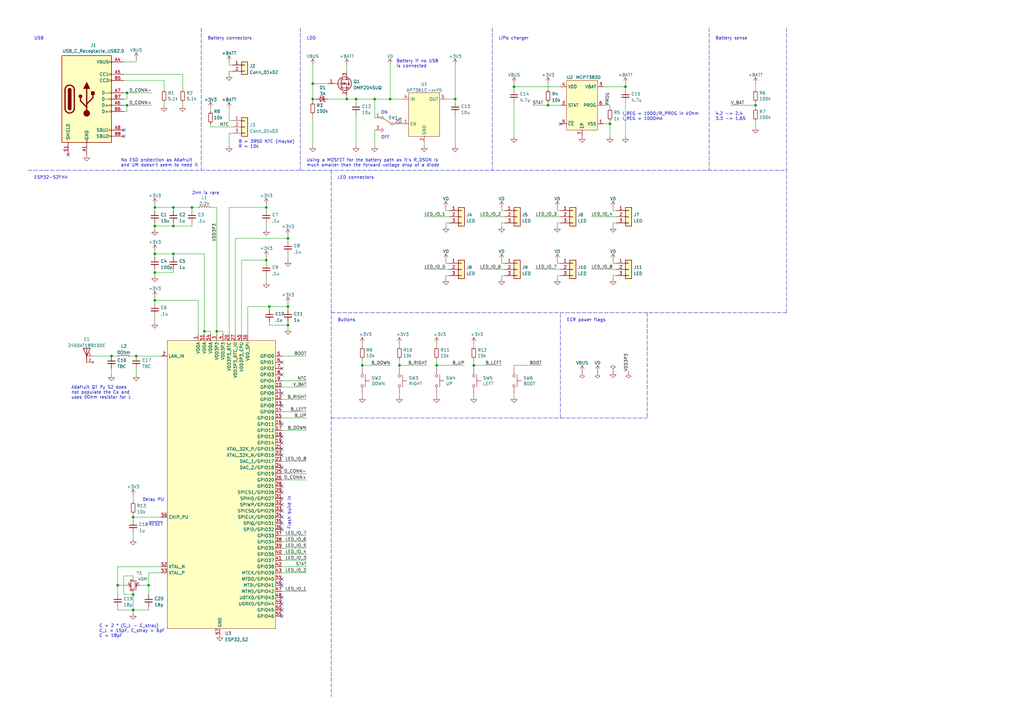
<source format=kicad_sch>
(kicad_sch (version 20211123) (generator eeschema)
  (paper "A3")
  (title_block (title "Neon") (date "2022-10-29") (rev "2") (company "@scheffield"))
  (lib_symbols
    (symbol "Connector:USB_C_Receptacle_USB2.0" (pin_names (offset 1.016))
      (property "Reference" "J" (at -10.16 19.05 0))
      (property "Value" "USB_C_Receptacle_USB2.0" (at 19.05 19.05 0))
      (symbol "USB_C_Receptacle_USB2.0_1_1"
        (pin passive line (at 0 -22.86 90) (length 5.08) (name "GND") (number "A1"))
        (pin passive line (at 0 -22.86 90) (length 5.08) hide (name "GND") (number "A12"))
        (pin passive line (at 15.24 15.24 180) (length 5.08) (name "VBUS") (number "A4"))
        (pin bidirectional line (at 15.24 10.16 180) (length 5.08) (name "CC1") (number "A5"))
        (pin bidirectional line (at 15.24 -2.54 180) (length 5.08) (name "D+") (number "A6"))
        (pin bidirectional line (at 15.24 2.54 180) (length 5.08) (name "D-") (number "A7"))
        (pin bidirectional line (at 15.24 -12.7 180) (length 5.08) (name "SBU1") (number "A8"))
        (pin passive line (at 15.24 15.24 180) (length 5.08) hide (name "VBUS") (number "A9"))
        (pin passive line (at 0 -22.86 90) (length 5.08) hide (name "GND") (number "B1"))
        (pin passive line (at 0 -22.86 90) (length 5.08) hide (name "GND") (number "B12"))
        (pin passive line (at 15.24 15.24 180) (length 5.08) hide (name "VBUS") (number "B4"))
        (pin bidirectional line (at 15.24 7.62 180) (length 5.08) (name "CC2") (number "B5"))
        (pin bidirectional line (at 15.24 -5.08 180) (length 5.08) (name "D+") (number "B6"))
        (pin bidirectional line (at 15.24 0 180) (length 5.08) (name "D-") (number "B7"))
        (pin bidirectional line (at 15.24 -15.24 180) (length 5.08) (name "SBU2") (number "B8"))
        (pin passive line (at 15.24 15.24 180) (length 5.08) hide (name "VBUS") (number "B9"))
        (pin passive line (at -7.62 -22.86 90) (length 5.08) (name "SHIELD") (number "S1"))
      )
    )
    (symbol "Connector_Generic:Conn_01x02" (pin_names (offset 1.016) hide)
      (property "Reference" "J" (at 0 2.54 0))
      (property "Value" "Conn_01x02" (at 0 -5.08 0))
      (symbol "Conn_01x02_1_1"
        (pin passive line (at -5.08 0 0) (length 3.81) (name "Pin_1") (number "1"))
        (pin passive line (at -5.08 -2.54 0) (length 3.81) (name "Pin_2") (number "2"))
      )
    )
    (symbol "Connector_Generic:Conn_01x03" (pin_names (offset 1.016) hide)
      (property "Reference" "J" (at 0 5.08 0))
      (property "Value" "Conn_01x03" (at 0 -5.08 0))
      (symbol "Conn_01x03_1_1"
        (pin passive line (at -5.08 2.54 0) (length 3.81) (name "Pin_1") (number "1"))
        (pin passive line (at -5.08 0 0) (length 3.81) (name "Pin_2") (number "2"))
        (pin passive line (at -5.08 -2.54 0) (length 3.81) (name "Pin_3") (number "3"))
      )
    )
    (symbol "Device:C_Small" (pin_numbers hide) (pin_names (offset 0.254) hide)
      (property "Reference" "C" (at 0.254 1.778 0))
      (property "Value" "C_Small" (at 0.254 -2.032 0))
      (symbol "C_Small_1_1"
        (pin passive line (at 0 2.54 270) (length 2.032) (name "~") (number "1"))
        (pin passive line (at 0 -2.54 90) (length 2.032) (name "~") (number "2"))
      )
    )
    (symbol "Device:Crystal_GND24_Small" (pin_names (offset 1.016) hide)
      (property "Reference" "Y" (at 1.27 4.445 0))
      (property "Value" "Crystal_GND24_Small" (at 1.27 2.54 0))
      (symbol "Crystal_GND24_Small_1_1"
        (pin passive line (at -2.54 0 0) (length 1.27) (name "1") (number "1"))
        (pin passive line (at 0 -2.54 90) (length 0.635) (name "2") (number "2"))
        (pin passive line (at 2.54 0 180) (length 1.27) (name "3") (number "3"))
        (pin passive line (at 0 2.54 270) (length 0.635) (name "4") (number "4"))
      )
    )
    (symbol "Device:D_Schottky_Small" (pin_numbers hide) (pin_names (offset 0.254) hide)
      (property "Reference" "D" (at -1.27 2.032 0))
      (property "Value" "D_Schottky_Small" (at -7.112 -2.032 0))
      (symbol "D_Schottky_Small_1_1"
        (pin passive line (at -2.54 0 0) (length 1.778) (name "K") (number "1"))
        (pin passive line (at 2.54 0 180) (length 1.778) (name "A") (number "2"))
      )
    )
    (symbol "Device:L_Small" (pin_numbers hide) (pin_names (offset 0.254) hide)
      (property "Reference" "L" (at 0.762 1.016 0))
      (property "Value" "L_Small" (at 0.762 -1.016 0))
      (symbol "L_Small_1_1"
        (pin passive line (at 0 2.54 270) (length 0.508) (name "~") (number "1"))
        (pin passive line (at 0 -2.54 90) (length 0.508) (name "~") (number "2"))
      )
    )
    (symbol "Device:Q_PMOS_GSD" (pin_names (offset 0) hide)
      (property "Reference" "Q" (at 5.08 1.27 0))
      (property "Value" "Q_PMOS_GSD" (at 5.08 -1.27 0))
      (symbol "Q_PMOS_GSD_1_1"
        (pin input line (at -5.08 0 0) (length 2.54) (name "G") (number "1"))
        (pin passive line (at 2.54 -5.08 90) (length 2.54) (name "S") (number "2"))
        (pin passive line (at 2.54 5.08 270) (length 2.54) (name "D") (number "3"))
      )
    )
    (symbol "Device:R_Small" (pin_numbers hide) (pin_names (offset 0.254) hide)
      (property "Reference" "R" (at 0.762 0.508 0))
      (property "Value" "R_Small" (at 0.762 -1.016 0))
      (symbol "R_Small_1_1"
        (pin passive line (at 0 2.54 270) (length 0.762) (name "~") (number "1"))
        (pin passive line (at 0 -2.54 90) (length 0.762) (name "~") (number "2"))
      )
    )
    (symbol "Switch:SW_Push" (pin_numbers hide) (pin_names (offset 1.016) hide)
      (property "Reference" "SW" (at 1.27 2.54 0))
      (property "Value" "SW_Push" (at 0 -1.524 0))
      (symbol "SW_Push_0_1"
        (pin passive line (at -5.08 0 0) (length 2.54) (name "1") (number "1"))
        (pin passive line (at 5.08 0 180) (length 2.54) (name "2") (number "2"))
      )
    )
    (symbol "Switch:SW_SPDT" (pin_names (offset 0) hide)
      (property "Reference" "SW" (at 0 4.318 0))
      (property "Value" "SW_SPDT" (at 0 -5.08 0))
      (symbol "SW_SPDT_1_1"
        (pin passive line (at 5.08 2.54 180) (length 2.54) (name "A") (number "1"))
        (pin passive line (at -5.08 0 0) (length 2.54) (name "B") (number "2"))
        (pin passive line (at 5.08 -2.54 180) (length 2.54) (name "C") (number "3"))
      )
    )
    (symbol "power:+3V3" (power) (pin_names (offset 0))
      (property "Value" "+3V3" (at 0 3.556 0))
      (symbol "+3V3_1_1"
        (pin power_in line (at 0 0 90) (length 0) hide (name "+3V3") (number "1"))
      )
    )
    (symbol "power:+BATT" (power) (pin_names (offset 0))
      (property "Value" "+BATT" (at 0 3.556 0))
      (symbol "+BATT_1_1"
        (pin power_in line (at 0 0 90) (length 0) hide (name "+BATT") (number "1"))
      )
    )
    (symbol "power:GND" (power) (pin_names (offset 0))
      (property "Value" "GND" (at 0 -3.81 0))
      (symbol "GND_1_1"
        (pin power_in line (at 0 0 270) (length 0) hide (name "GND") (number "1"))
      )
    )
    (symbol "power:PWR_FLAG" (power) (pin_numbers hide) (pin_names (offset 0) hide)
      (property "Value" "PWR_FLAG" (at 0 3.81 0))
      (symbol "PWR_FLAG_0_0"
        (pin power_out line (at 0 0 90) (length 0) (name "pwr") (number "1"))
      )
    )
    (symbol "power:VBUS" (power) (pin_names (offset 0))
      (property "Value" "VBUS" (at 0 3.81 0))
      (symbol "VBUS_1_1"
        (pin power_in line (at 0 0 90) (length 0) hide (name "VBUS") (number "1"))
      )
    )
    (symbol "power:VD" (power) (pin_names (offset 0))
      (property "Value" "VD" (at 0 3.81 0))
      (symbol "VD_1_1"
        (pin power_in line (at 0 0 90) (length 0) hide (name "VD") (number "1"))
      )
    )
    (symbol "project:2450AT18B100E" (pin_names (offset 1.016) hide)
      (property "Reference" "E" (at 2.032 0.762 0))
      (property "Value" "2450AT18B100E" (at 2.159 -1.016 0))
      (symbol "2450AT18B100E_0_0"
        (pin passive line (at -2.54 0 0) (length 2.54) (name "~") (number "1"))
        (pin no_connect line (at -2.54 -2.54 0) (length 2.54) (name "~") (number "2"))
      )
    )
    (symbol "project:AP7361C-xxY5"
      (property "Reference" "U" (at 0 0 0))
      (property "Value" "AP7361C-xxY5" (at 0 -2.54 0))
      (symbol "AP7361C-xxY5_1_1"
        (pin input line (at -8.89 -5.08 0) (length 2.54) (name "EN") (number "1"))
        (pin power_in line (at 0 -12.7 90) (length 2.54) (name "GND") (number "2"))
        (pin power_in line (at -8.89 5.08 0) (length 2.54) (name "IN") (number "4"))
        (pin power_out line (at 8.89 5.08 180) (length 2.54) (name "OUT") (number "5"))
      )
    )
    (symbol "project:ESP32_S2"
      (property "Reference" "U" (at 0 -1.27 0))
      (property "Value" "ESP32_S2" (at 0 1.27 0))
      (symbol "ESP32_S2_1_1"
        (pin power_in line (at -8.89 60.96 270) (length 2.54) (name "VDDA") (number "1"))
        (pin bidirectional line (at 25.4 39.37 180) (length 2.54) (name "GPIO5") (number "10"))
        (pin bidirectional line (at 25.4 36.83 180) (length 2.54) (name "GPIO6") (number "11"))
        (pin bidirectional line (at 25.4 34.29 180) (length 2.54) (name "GPIO7") (number "12"))
        (pin bidirectional line (at 25.4 31.75 180) (length 2.54) (name "GPIO8") (number "13"))
        (pin bidirectional line (at 25.4 29.21 180) (length 2.54) (name "GPIO9") (number "14"))
        (pin bidirectional line (at 25.4 26.67 180) (length 2.54) (name "GPIO10") (number "15"))
        (pin bidirectional line (at 25.4 24.13 180) (length 2.54) (name "GPIO11") (number "16"))
        (pin bidirectional line (at 25.4 21.59 180) (length 2.54) (name "GPIO12") (number "17"))
        (pin bidirectional line (at 25.4 19.05 180) (length 2.54) (name "GPIO13") (number "18"))
        (pin bidirectional line (at 25.4 16.51 180) (length 2.54) (name "GPIO14") (number "19"))
        (pin bidirectional line (at -24.13 52.07 0) (length 2.54) (name "LAN_IN") (number "2"))
        (pin power_in line (at 3.81 60.96 270) (length 2.54) (name "VDD3P3_RTC") (number "20"))
        (pin bidirectional line (at 25.4 13.97 180) (length 2.54) (name "XTAL_32K_P/GPIO15") (number "21"))
        (pin bidirectional line (at 25.4 11.43 180) (length 2.54) (name "XTAL_32K_N/GPIO16") (number "22"))
        (pin bidirectional line (at 25.4 8.89 180) (length 2.54) (name "DAC_1/GPIO17") (number "23"))
        (pin bidirectional line (at 25.4 6.35 180) (length 2.54) (name "DAC_2/GPIO18") (number "24"))
        (pin bidirectional line (at 25.4 3.81 180) (length 2.54) (name "GPIO19") (number "25"))
        (pin bidirectional line (at 25.4 1.27 180) (length 2.54) (name "GPIO20") (number "26"))
        (pin power_in line (at 6.35 60.96 270) (length 2.54) (name "VDD3P3_RTC_IO") (number "27"))
        (pin bidirectional line (at 25.4 -1.27 180) (length 2.54) (name "GPIO21") (number "28"))
        (pin bidirectional line (at 25.4 -3.81 180) (length 2.54) (name "SPICS1/GPIO26") (number "29"))
        (pin power_in line (at -1.27 60.96 270) (length 2.54) (name "VDD3P3") (number "3"))
        (pin power_out line (at 11.43 60.96 270) (length 2.54) (name "VDD_SPI") (number "30"))
        (pin bidirectional line (at 25.4 -6.35 180) (length 2.54) (name "SPIHD/GPIO27") (number "31"))
        (pin bidirectional line (at 25.4 -8.89 180) (length 2.54) (name "SPIWP/GPIO28") (number "32"))
        (pin bidirectional line (at 25.4 -11.43 180) (length 2.54) (name "SPICS0/GPIO29") (number "33"))
        (pin bidirectional line (at 25.4 -13.97 180) (length 2.54) (name "SPICLK/GPIO30") (number "34"))
        (pin bidirectional line (at 25.4 -16.51 180) (length 2.54) (name "SPIQ/GPIO31") (number "35"))
        (pin bidirectional line (at 25.4 -19.05 180) (length 2.54) (name "SPID/GPIO32") (number "36"))
        (pin bidirectional line (at 25.4 -21.59 180) (length 2.54) (name "GPIO33") (number "37"))
        (pin bidirectional line (at 25.4 -24.13 180) (length 2.54) (name "GPIO34") (number "38"))
        (pin bidirectional line (at 25.4 -26.67 180) (length 2.54) (name "GPIO35") (number "39"))
        (pin power_in line (at 1.27 60.96 270) (length 2.54) (name "VDD3P3") (number "4"))
        (pin bidirectional line (at 25.4 -29.21 180) (length 2.54) (name "GPIO36") (number "40"))
        (pin bidirectional line (at 25.4 -31.75 180) (length 2.54) (name "GPIO37") (number "41"))
        (pin bidirectional line (at 25.4 -34.29 180) (length 2.54) (name "GPIO38") (number "42"))
        (pin bidirectional line (at 25.4 -36.83 180) (length 2.54) (name "MTCK/GPIO39") (number "43"))
        (pin bidirectional line (at 25.4 -39.37 180) (length 2.54) (name "MTDO/GPIO40") (number "44"))
        (pin power_in line (at 8.89 60.96 270) (length 2.54) (name "VDD3P3_CPU") (number "45"))
        (pin bidirectional line (at 25.4 -41.91 180) (length 2.54) (name "MTDI/GPIO41") (number "46"))
        (pin bidirectional line (at 25.4 -44.45 180) (length 2.54) (name "MTMS/GPIO42") (number "47"))
        (pin bidirectional line (at 25.4 -46.99 180) (length 2.54) (name "U0TXD/GPIO43") (number "48"))
        (pin bidirectional line (at 25.4 -49.53 180) (length 2.54) (name "U0RXD/GPIO44") (number "49"))
        (pin bidirectional line (at 25.4 52.07 180) (length 2.54) (name "GPIO0") (number "5"))
        (pin bidirectional line (at 25.4 -52.07 180) (length 2.54) (name "GPIO45") (number "50"))
        (pin power_in line (at -6.35 60.96 270) (length 2.54) (name "VDDA") (number "51"))
        (pin bidirectional line (at -24.13 -34.29 0) (length 2.54) (name "XTAL_N") (number "52"))
        (pin bidirectional line (at -24.13 -36.83 0) (length 2.54) (name "XTAL_P") (number "53"))
        (pin power_in line (at -3.81 60.96 270) (length 2.54) (name "VDDA") (number "54"))
        (pin input line (at 25.4 -54.61 180) (length 2.54) (name "GPIO46") (number "55"))
        (pin input line (at -24.13 -13.97 0) (length 2.54) (name "CHIP_PU") (number "56"))
        (pin power_in line (at 0 -62.23 90) (length 2.54) (name "GND") (number "57"))
        (pin bidirectional line (at 25.4 49.53 180) (length 2.54) (name "GPIO1") (number "6"))
        (pin bidirectional line (at 25.4 46.99 180) (length 2.54) (name "GPIO2") (number "7"))
        (pin bidirectional line (at 25.4 44.45 180) (length 2.54) (name "GPIO3") (number "8"))
        (pin bidirectional line (at 25.4 41.91 180) (length 2.54) (name "GPIO4") (number "9"))
      )
    )
    (symbol "project:MCP73830"
      (property "Reference" "U" (at -6.35 11.43 0))
      (property "Value" "MCP73830" (at 2.54 11.43 0))
      (symbol "MCP73830_1_1"
        (pin power_in line (at 8.89 -7.62 180) (length 2.54) (name "VSS") (number "1"))
        (pin output line (at -8.89 0 0) (length 2.54) (name "STAT") (number "2"))
        (pin power_out line (at 8.89 7.62 180) (length 2.54) (name "VBAT") (number "3"))
        (pin power_in line (at -8.89 7.62 0) (length 2.54) (name "VDD") (number "4"))
        (pin input line (at -8.89 -7.62 0) (length 2.54) (name "~{CE}") (number "5"))
        (pin input line (at 8.89 0 180) (length 2.54) (name "PROG") (number "6"))
        (pin input line (at 0 -12.7 90) (length 2.54) (name "EP") (number "7"))
      )
    )
  )
  (junction (at 54.61 243.84))
  (junction (at 48.26 240.03))
  (junction (at 109.22 85.09))
  (junction (at 110.49 125.73))
  (junction (at 71.12 104.14))
  (junction (at 146.05 40.64))
  (junction (at 148.59 149.86))
  (junction (at 118.11 97.79))
  (junction (at 128.27 40.64))
  (junction (at 194.31 149.86))
  (junction (at 224.79 43.18))
  (junction (at 54.61 212.09))
  (junction (at 83.82 135.89))
  (junction (at 88.9 135.89))
  (junction (at 63.5 104.14))
  (junction (at 109.22 106.68))
  (junction (at 160.02 40.64))
  (junction (at 63.5 85.09))
  (junction (at 45.72 146.05))
  (junction (at 54.61 250.19))
  (junction (at 210.82 35.56))
  (junction (at 142.24 40.64))
  (junction (at 71.12 92.71))
  (junction (at 60.96 240.03))
  (junction (at 55.88 146.05))
  (junction (at 309.88 43.18))
  (junction (at 63.5 92.71))
  (junction (at 52.07 43.18))
  (junction (at 118.11 133.35))
  (junction (at 128.27 34.29))
  (junction (at 118.11 125.73))
  (junction (at 78.74 85.09))
  (junction (at 63.5 111.76))
  (junction (at 250.19 50.8))
  (junction (at 256.54 35.56))
  (junction (at 186.69 40.64))
  (junction (at 52.07 38.1))
  (junction (at 153.67 40.64))
  (junction (at 163.83 149.86))
  (junction (at 71.12 85.09))
  (junction (at 63.5 123.19))
  (junction (at 179.07 149.86))
  (no_connect (at 229.87 50.8))
  (no_connect (at 115.57 148.59))
  (no_connect (at 115.57 151.13))
  (no_connect (at 115.57 153.67))
  (no_connect (at 115.57 161.29))
  (no_connect (at 115.57 199.39))
  (no_connect (at 115.57 173.99))
  (no_connect (at 115.57 166.37))
  (no_connect (at 115.57 179.07))
  (no_connect (at 115.57 191.77))
  (no_connect (at 27.94 63.5))
  (no_connect (at 115.57 217.17))
  (no_connect (at 115.57 207.01))
  (no_connect (at 115.57 209.55))
  (no_connect (at 115.57 212.09))
  (no_connect (at 115.57 214.63))
  (no_connect (at 115.57 204.47))
  (no_connect (at 50.8 53.34))
  (no_connect (at 50.8 55.88))
  (no_connect (at 115.57 237.49))
  (no_connect (at 115.57 240.03))
  (no_connect (at 115.57 186.69))
  (no_connect (at 115.57 184.15))
  (no_connect (at 115.57 181.61))
  (no_connect (at 115.57 247.65))
  (no_connect (at 115.57 245.11))
  (no_connect (at 115.57 201.93))
  (no_connect (at 115.57 250.19))
  (no_connect (at 115.57 252.73))
  (wire (pts (xy 48.26 232.41) (xy 48.26 240.03)))
  (wire (pts (xy 93.98 44.45) (xy 93.98 49.53)))
  (wire (pts (xy 88.9 135.89) (xy 88.9 137.16)))
  (wire (pts (xy 173.99 110.49) (xy 184.15 110.49)))
  (wire (pts (xy 224.79 43.18) (xy 229.87 43.18)))
  (wire (pts (xy 299.72 43.18) (xy 309.88 43.18)))
  (wire (pts (xy 153.67 40.64) (xy 153.67 48.26)))
  (wire (pts (xy 86.36 85.09) (xy 88.9 85.09)))
  (wire (pts (xy 228.6 113.03) (xy 229.87 113.03)))
  (wire (pts (xy 83.82 135.89) (xy 83.82 137.16)))
  (polyline (pts (xy 135.89 171.45) (xy 229.87 171.45)))
  (wire (pts (xy 71.12 85.09) (xy 71.12 86.36)))
  (wire (pts (xy 251.46 91.44) (xy 252.73 91.44)))
  (wire (pts (xy 55.88 146.05) (xy 66.04 146.05)))
  (wire (pts (xy 93.98 85.09) (xy 93.98 137.16)))
  (wire (pts (xy 50.8 40.64) (xy 52.07 40.64)))
  (wire (pts (xy 228.6 114.3) (xy 228.6 113.03)))
  (wire (pts (xy 115.57 189.23) (xy 125.73 189.23)))
  (wire (pts (xy 146.05 40.64) (xy 153.67 40.64)))
  (wire (pts (xy 173.99 58.42) (xy 173.99 59.69)))
  (polyline (pts (xy 135.89 128.27) (xy 322.58 128.27)))
  (wire (pts (xy 63.5 102.87) (xy 63.5 104.14)))
  (wire (pts (xy 247.65 50.8) (xy 250.19 50.8)))
  (wire (pts (xy 182.88 114.3) (xy 182.88 113.03)))
  (wire (pts (xy 110.49 127) (xy 110.49 125.73)))
  (wire (pts (xy 115.57 168.91) (xy 125.73 168.91)))
  (wire (pts (xy 256.54 35.56) (xy 256.54 36.83)))
  (wire (pts (xy 96.52 97.79) (xy 96.52 137.16)))
  (wire (pts (xy 63.5 110.49) (xy 63.5 111.76)))
  (wire (pts (xy 173.99 88.9) (xy 184.15 88.9)))
  (wire (pts (xy 99.06 106.68) (xy 99.06 137.16)))
  (wire (pts (xy 128.27 26.67) (xy 128.27 34.29)))
  (wire (pts (xy 57.15 240.03) (xy 60.96 240.03)))
  (wire (pts (xy 194.31 147.32) (xy 194.31 149.86)))
  (wire (pts (xy 163.83 161.29) (xy 163.83 162.56)))
  (polyline (pts (xy 229.87 171.45) (xy 265.43 171.45)))
  (wire (pts (xy 142.24 26.67) (xy 142.24 29.21)))
  (wire (pts (xy 182.88 85.09) (xy 182.88 86.36)))
  (wire (pts (xy 109.22 85.09) (xy 93.98 85.09)))
  (wire (pts (xy 148.59 140.97) (xy 148.59 142.24)))
  (wire (pts (xy 224.79 41.91) (xy 224.79 43.18)))
  (wire (pts (xy 115.57 171.45) (xy 125.73 171.45)))
  (wire (pts (xy 146.05 46.99) (xy 146.05 59.69)))
  (wire (pts (xy 118.11 133.35) (xy 118.11 134.62)))
  (wire (pts (xy 50.8 30.48) (xy 74.93 30.48)))
  (wire (pts (xy 86.36 135.89) (xy 86.36 137.16)))
  (wire (pts (xy 109.22 113.03) (xy 109.22 115.57)))
  (wire (pts (xy 309.88 34.29) (xy 309.88 36.83)))
  (wire (pts (xy 196.85 110.49) (xy 207.01 110.49)))
  (wire (pts (xy 60.96 234.95) (xy 60.96 240.03)))
  (wire (pts (xy 109.22 106.68) (xy 99.06 106.68)))
  (wire (pts (xy 60.96 234.95) (xy 66.04 234.95)))
  (polyline (pts (xy 322.58 128.27) (xy 322.58 69.85)))
  (wire (pts (xy 54.61 250.19) (xy 54.61 251.46)))
  (wire (pts (xy 109.22 85.09) (xy 109.22 86.36)))
  (wire (pts (xy 67.31 41.91) (xy 67.31 43.18)))
  (wire (pts (xy 115.57 158.75) (xy 125.73 158.75)))
  (wire (pts (xy 210.82 34.29) (xy 210.82 35.56)))
  (wire (pts (xy 228.6 107.95) (xy 229.87 107.95)))
  (wire (pts (xy 83.82 104.14) (xy 83.82 135.89)))
  (wire (pts (xy 250.19 50.8) (xy 250.19 49.53)))
  (wire (pts (xy 250.19 55.88) (xy 250.19 50.8)))
  (wire (pts (xy 128.27 40.64) (xy 128.27 41.91)))
  (wire (pts (xy 163.83 149.86) (xy 175.26 149.86)))
  (wire (pts (xy 52.07 240.03) (xy 48.26 240.03)))
  (wire (pts (xy 146.05 40.64) (xy 146.05 41.91)))
  (wire (pts (xy 50.8 243.84) (xy 54.61 243.84)))
  (wire (pts (xy 194.31 161.29) (xy 194.31 162.56)))
  (wire (pts (xy 182.88 92.71) (xy 182.88 91.44)))
  (wire (pts (xy 67.31 33.02) (xy 67.31 36.83)))
  (wire (pts (xy 48.26 240.03) (xy 48.26 243.84)))
  (wire (pts (xy 54.61 243.84) (xy 54.61 250.19)))
  (wire (pts (xy 194.31 140.97) (xy 194.31 142.24)))
  (polyline (pts (xy 290.83 11.43) (xy 290.83 69.85)))
  (polyline (pts (xy 322.58 11.43) (xy 322.58 69.85)))
  (wire (pts (xy 93.98 25.4) (xy 93.98 26.67)))
  (wire (pts (xy 95.25 49.53) (xy 93.98 49.53)))
  (wire (pts (xy 115.57 227.33) (xy 125.73 227.33)))
  (wire (pts (xy 60.96 248.92) (xy 60.96 250.19)))
  (wire (pts (xy 115.57 232.41) (xy 125.73 232.41)))
  (wire (pts (xy 60.96 240.03) (xy 60.96 243.84)))
  (wire (pts (xy 93.98 26.67) (xy 95.25 26.67)))
  (wire (pts (xy 210.82 149.86) (xy 222.25 149.86)))
  (wire (pts (xy 218.44 43.18) (xy 224.79 43.18)))
  (wire (pts (xy 251.46 114.3) (xy 251.46 113.03)))
  (wire (pts (xy 134.62 40.64) (xy 142.24 40.64)))
  (wire (pts (xy 52.07 45.72) (xy 52.07 43.18)))
  (wire (pts (xy 179.07 149.86) (xy 179.07 151.13)))
  (wire (pts (xy 63.5 104.14) (xy 63.5 105.41)))
  (wire (pts (xy 54.61 237.49) (xy 54.61 236.22)))
  (wire (pts (xy 309.88 43.18) (xy 309.88 44.45)))
  (wire (pts (xy 205.74 107.95) (xy 207.01 107.95)))
  (polyline (pts (xy 265.43 128.27) (xy 265.43 171.45)))
  (wire (pts (xy 228.6 86.36) (xy 229.87 86.36)))
  (wire (pts (xy 163.83 149.86) (xy 163.83 151.13)))
  (wire (pts (xy 148.59 149.86) (xy 160.02 149.86)))
  (wire (pts (xy 93.98 29.21) (xy 95.25 29.21)))
  (wire (pts (xy 210.82 41.91) (xy 210.82 55.88)))
  (wire (pts (xy 66.04 232.41) (xy 48.26 232.41)))
  (wire (pts (xy 186.69 40.64) (xy 186.69 41.91)))
  (wire (pts (xy 86.36 50.8) (xy 86.36 52.07)))
  (wire (pts (xy 60.96 250.19) (xy 54.61 250.19)))
  (wire (pts (xy 309.88 49.53) (xy 309.88 52.07)))
  (wire (pts (xy 110.49 125.73) (xy 118.11 125.73)))
  (wire (pts (xy 93.98 30.48) (xy 93.98 29.21)))
  (wire (pts (xy 251.46 107.95) (xy 252.73 107.95)))
  (wire (pts (xy 50.8 45.72) (xy 52.07 45.72)))
  (wire (pts (xy 48.26 248.92) (xy 48.26 250.19)))
  (wire (pts (xy 52.07 38.1) (xy 62.23 38.1)))
  (polyline (pts (xy 229.87 171.45) (xy 229.87 128.27)))
  (wire (pts (xy 194.31 149.86) (xy 205.74 149.86)))
  (wire (pts (xy 45.72 146.05) (xy 48.26 146.05)))
  (wire (pts (xy 118.11 96.52) (xy 118.11 97.79)))
  (wire (pts (xy 109.22 91.44) (xy 109.22 93.98)))
  (wire (pts (xy 153.67 40.64) (xy 160.02 40.64)))
  (wire (pts (xy 179.07 140.97) (xy 179.07 142.24)))
  (wire (pts (xy 38.1 146.05) (xy 45.72 146.05)))
  (wire (pts (xy 148.59 147.32) (xy 148.59 149.86)))
  (wire (pts (xy 242.57 110.49) (xy 252.73 110.49)))
  (wire (pts (xy 54.61 242.57) (xy 54.61 243.84)))
  (wire (pts (xy 71.12 91.44) (xy 71.12 92.71)))
  (wire (pts (xy 54.61 218.44) (xy 54.61 220.98)))
  (wire (pts (xy 55.88 25.4) (xy 55.88 24.13)))
  (wire (pts (xy 182.88 106.68) (xy 182.88 107.95)))
  (wire (pts (xy 251.46 92.71) (xy 251.46 91.44)))
  (wire (pts (xy 247.65 35.56) (xy 256.54 35.56)))
  (wire (pts (xy 179.07 147.32) (xy 179.07 149.86)))
  (wire (pts (xy 91.44 135.89) (xy 91.44 137.16)))
  (wire (pts (xy 205.74 85.09) (xy 205.74 86.36)))
  (wire (pts (xy 63.5 85.09) (xy 71.12 85.09)))
  (wire (pts (xy 63.5 91.44) (xy 63.5 92.71)))
  (wire (pts (xy 115.57 219.71) (xy 125.73 219.71)))
  (wire (pts (xy 88.9 135.89) (xy 91.44 135.89)))
  (wire (pts (xy 205.74 114.3) (xy 205.74 113.03)))
  (wire (pts (xy 52.07 43.18) (xy 62.23 43.18)))
  (wire (pts (xy 128.27 40.64) (xy 128.27 34.29)))
  (wire (pts (xy 115.57 242.57) (xy 125.73 242.57)))
  (wire (pts (xy 251.46 85.09) (xy 251.46 86.36)))
  (wire (pts (xy 83.82 135.89) (xy 86.36 135.89)))
  (wire (pts (xy 142.24 39.37) (xy 142.24 40.64)))
  (wire (pts (xy 115.57 222.25) (xy 125.73 222.25)))
  (wire (pts (xy 163.83 50.8) (xy 165.1 50.8)))
  (wire (pts (xy 71.12 85.09) (xy 78.74 85.09)))
  (wire (pts (xy 118.11 97.79) (xy 96.52 97.79)))
  (wire (pts (xy 115.57 196.85) (xy 125.73 196.85)))
  (wire (pts (xy 118.11 125.73) (xy 118.11 127)))
  (wire (pts (xy 163.83 140.97) (xy 163.83 142.24)))
  (wire (pts (xy 129.54 40.64) (xy 128.27 40.64)))
  (wire (pts (xy 71.12 110.49) (xy 71.12 111.76)))
  (wire (pts (xy 63.5 129.54) (xy 63.5 132.08)))
  (wire (pts (xy 55.88 151.13) (xy 55.88 153.67)))
  (wire (pts (xy 182.88 40.64) (xy 186.69 40.64)))
  (wire (pts (xy 71.12 104.14) (xy 71.12 105.41)))
  (wire (pts (xy 71.12 111.76) (xy 63.5 111.76)))
  (wire (pts (xy 210.82 35.56) (xy 210.82 36.83)))
  (wire (pts (xy 205.74 91.44) (xy 207.01 91.44)))
  (wire (pts (xy 50.8 236.22) (xy 50.8 243.84)))
  (wire (pts (xy 48.26 250.19) (xy 54.61 250.19)))
  (wire (pts (xy 256.54 41.91) (xy 256.54 55.88)))
  (wire (pts (xy 115.57 146.05) (xy 125.73 146.05)))
  (wire (pts (xy 160.02 26.67) (xy 160.02 40.64)))
  (wire (pts (xy 63.5 83.82) (xy 63.5 85.09)))
  (wire (pts (xy 54.61 212.09) (xy 54.61 213.36)))
  (wire (pts (xy 219.71 88.9) (xy 229.87 88.9)))
  (wire (pts (xy 128.27 34.29) (xy 134.62 34.29)))
  (wire (pts (xy 256.54 35.56) (xy 256.54 34.29)))
  (wire (pts (xy 153.67 53.34) (xy 153.67 59.69)))
  (wire (pts (xy 179.07 161.29) (xy 179.07 162.56)))
  (wire (pts (xy 182.88 86.36) (xy 184.15 86.36)))
  (wire (pts (xy 101.6 125.73) (xy 110.49 125.73)))
  (wire (pts (xy 45.72 151.13) (xy 45.72 153.67)))
  (wire (pts (xy 50.8 25.4) (xy 55.88 25.4)))
  (wire (pts (xy 86.36 52.07) (xy 95.25 52.07)))
  (wire (pts (xy 81.28 123.19) (xy 81.28 137.16)))
  (wire (pts (xy 219.71 110.49) (xy 229.87 110.49)))
  (wire (pts (xy 118.11 132.08) (xy 118.11 133.35)))
  (wire (pts (xy 186.69 40.64) (xy 186.69 26.67)))
  (wire (pts (xy 63.5 85.09) (xy 63.5 86.36)))
  (wire (pts (xy 54.61 210.82) (xy 54.61 212.09)))
  (wire (pts (xy 109.22 83.82) (xy 109.22 85.09)))
  (wire (pts (xy 78.74 85.09) (xy 78.74 86.36)))
  (wire (pts (xy 63.5 111.76) (xy 63.5 113.03)))
  (wire (pts (xy 50.8 33.02) (xy 67.31 33.02)))
  (wire (pts (xy 228.6 92.71) (xy 228.6 91.44)))
  (polyline (pts (xy 11.43 69.85) (xy 322.58 69.85)))
  (wire (pts (xy 78.74 85.09) (xy 81.28 85.09)))
  (wire (pts (xy 110.49 133.35) (xy 118.11 133.35)))
  (wire (pts (xy 88.9 85.09) (xy 88.9 135.89)))
  (wire (pts (xy 163.83 147.32) (xy 163.83 149.86)))
  (wire (pts (xy 78.74 92.71) (xy 71.12 92.71)))
  (wire (pts (xy 205.74 92.71) (xy 205.74 91.44)))
  (wire (pts (xy 110.49 132.08) (xy 110.49 133.35)))
  (wire (pts (xy 115.57 163.83) (xy 125.73 163.83)))
  (wire (pts (xy 309.88 41.91) (xy 309.88 43.18)))
  (wire (pts (xy 71.12 92.71) (xy 63.5 92.71)))
  (wire (pts (xy 109.22 106.68) (xy 109.22 107.95)))
  (wire (pts (xy 115.57 224.79) (xy 125.73 224.79)))
  (wire (pts (xy 229.87 35.56) (xy 210.82 35.56)))
  (polyline (pts (xy 82.55 11.43) (xy 82.55 69.85)))
  (wire (pts (xy 71.12 104.14) (xy 83.82 104.14)))
  (wire (pts (xy 63.5 123.19) (xy 81.28 123.19)))
  (wire (pts (xy 148.59 161.29) (xy 148.59 162.56)))
  (wire (pts (xy 194.31 149.86) (xy 194.31 151.13)))
  (wire (pts (xy 63.5 123.19) (xy 63.5 124.46)))
  (wire (pts (xy 210.82 149.86) (xy 210.82 151.13)))
  (wire (pts (xy 54.61 203.2) (xy 54.61 205.74)))
  (wire (pts (xy 115.57 234.95) (xy 125.73 234.95)))
  (wire (pts (xy 210.82 161.29) (xy 210.82 162.56)))
  (polyline (pts (xy 135.89 69.85) (xy 135.89 285.75)))
  (polyline (pts (xy 201.93 11.43) (xy 201.93 69.85)))
  (wire (pts (xy 54.61 236.22) (xy 50.8 236.22)))
  (wire (pts (xy 251.46 86.36) (xy 252.73 86.36)))
  (wire (pts (xy 118.11 104.14) (xy 118.11 106.68)))
  (wire (pts (xy 142.24 40.64) (xy 146.05 40.64)))
  (wire (pts (xy 50.8 38.1) (xy 52.07 38.1)))
  (wire (pts (xy 74.93 41.91) (xy 74.93 43.18)))
  (wire (pts (xy 186.69 46.99) (xy 186.69 59.69)))
  (wire (pts (xy 148.59 149.86) (xy 148.59 151.13)))
  (wire (pts (xy 205.74 113.03) (xy 207.01 113.03)))
  (wire (pts (xy 50.8 43.18) (xy 52.07 43.18)))
  (wire (pts (xy 251.46 106.68) (xy 251.46 107.95)))
  (wire (pts (xy 101.6 137.16) (xy 101.6 125.73)))
  (wire (pts (xy 160.02 40.64) (xy 165.1 40.64)))
  (wire (pts (xy 228.6 106.68) (xy 228.6 107.95)))
  (wire (pts (xy 118.11 124.46) (xy 118.11 125.73)))
  (wire (pts (xy 109.22 105.41) (xy 109.22 106.68)))
  (wire (pts (xy 182.88 113.03) (xy 184.15 113.03)))
  (wire (pts (xy 242.57 88.9) (xy 252.73 88.9)))
  (wire (pts (xy 224.79 34.29) (xy 224.79 36.83)))
  (wire (pts (xy 95.25 54.61) (xy 93.98 54.61)))
  (wire (pts (xy 205.74 86.36) (xy 207.01 86.36)))
  (wire (pts (xy 115.57 156.21) (xy 125.73 156.21)))
  (wire (pts (xy 86.36 44.45) (xy 86.36 45.72)))
  (wire (pts (xy 182.88 91.44) (xy 184.15 91.44)))
  (wire (pts (xy 182.88 107.95) (xy 184.15 107.95)))
  (wire (pts (xy 196.85 88.9) (xy 207.01 88.9)))
  (wire (pts (xy 53.34 146.05) (xy 55.88 146.05)))
  (wire (pts (xy 115.57 194.31) (xy 125.73 194.31)))
  (polyline (pts (xy 123.19 11.43) (xy 123.19 69.85)))
  (wire (pts (xy 115.57 176.53) (xy 125.73 176.53)))
  (wire (pts (xy 118.11 97.79) (xy 118.11 99.06)))
  (wire (pts (xy 54.61 212.09) (xy 66.04 212.09)))
  (wire (pts (xy 250.19 44.45) (xy 250.19 43.18)))
  (wire (pts (xy 78.74 91.44) (xy 78.74 92.71)))
  (wire (pts (xy 115.57 229.87) (xy 125.73 229.87)))
  (wire (pts (xy 250.19 43.18) (xy 247.65 43.18)))
  (wire (pts (xy 128.27 46.99) (xy 128.27 59.69)))
  (wire (pts (xy 251.46 113.03) (xy 252.73 113.03)))
  (wire (pts (xy 63.5 104.14) (xy 71.12 104.14)))
  (wire (pts (xy 205.74 106.68) (xy 205.74 107.95)))
  (wire (pts (xy 52.07 40.64) (xy 52.07 38.1)))
  (wire (pts (xy 93.98 54.61) (xy 93.98 59.69)))
  (wire (pts (xy 179.07 149.86) (xy 190.5 149.86)))
  (wire (pts (xy 63.5 121.92) (xy 63.5 123.19)))
  (wire (pts (xy 74.93 30.48) (xy 74.93 36.83)))
  (wire (pts (xy 228.6 91.44) (xy 229.87 91.44)))
  (wire (pts (xy 63.5 92.71) (xy 63.5 93.98)))
  (wire (pts (xy 228.6 85.09) (xy 228.6 86.36)))
  (text "4.2 -> 2.4\n3.3 -> 1.65" (at 293.37 49.53 0) (effects (font (size 1.27 1.27)) (justify left bottom)))
  (text "Battery sense" (at 293.37 16.51 0) (effects (font (size 1.27 1.27)) (justify left bottom)))
  (text "ECR power flags" (at 232.41 132.08 0) (effects (font (size 1.27 1.27)) (justify left bottom)))
  (text "~{RESET}" (at 60.96 215.9 0) (effects (font (size 1.27 1.27)) (justify left bottom)))
  (text "Flash build in" (at 119.38 217.17 90) (effects (font (size 1.27 1.27)) (justify left bottom)))
  (text "Battery if no USB\nis connected" (at 162.56 27.94 0) (effects (font (size 1.27 1.27)) (justify left bottom)))
  (text "LDO" (at 125.73 16.51 0) (effects (font (size 1.27 1.27)) (justify left bottom)))
  (text "LED connectors" (at 138.43 73.66 0) (effects (font (size 1.27 1.27)) (justify left bottom)))
  (text "ON" (at 156.21 46.99 0) (effects (font (size 1.27 1.27)) (justify left bottom)))
  (text "I_REG = 1000/R_PROG in kOhm\nI_REG = 1000mA" (at 255.27 49.53 0) (effects (font (size 1.27 1.27)) (justify left bottom)))
  (text "Battery connectors" (at 85.09 16.51 0) (effects (font (size 1.27 1.27)) (justify left bottom)))
  (text "Using a MOSFET for the battery path as it's R_DSON is\nmuch smaller than the forward voltage drop of a diode" (at 125.73 68.58 0) (effects (font (size 1.27 1.27)) (justify left bottom)))
  (text "OFF" (at 156.21 57.15 0) (effects (font (size 1.27 1.27)) (justify left bottom)))
  (text "ESP32-S2FH4" (at 13.97 73.66 0) (effects (font (size 1.27 1.27)) (justify left bottom)))
  (text "2nH is rare" (at 78.74 80.01 0) (effects (font (size 1.27 1.27)) (justify left bottom)))
  (text "Buttons" (at 138.43 132.08 0) (effects (font (size 1.27 1.27)) (justify left bottom)))
  (text "LiPo charger" (at 204.47 16.51 0) (effects (font (size 1.27 1.27)) (justify left bottom)))
  (text "B = 3950 NTC (maybe)\nR = 10k" (at 97.79 60.96 0) (effects (font (size 1.27 1.27)) (justify left bottom)))
  (text "No ESD protection as Adafruit\nand UM doesn't seem to need it" (at 49.53 68.58 0) (effects (font (size 1.27 1.27)) (justify left bottom)))
  (text "USB" (at 13.97 16.51 0) (effects (font (size 1.27 1.27)) (justify left bottom)))
  (text "C = 2 * (C_L - C_stray)\nC_L = 15pF, C_stray = 6pF\nC = 18pF" (at 40.64 261.62 0) (effects (font (size 1.27 1.27)) (justify left bottom)))
  (text "Adafruit QT Py S2 does\nnot populate the Cs and\nuses 0Ohm resistor for L" (at 29.21 163.83 0) (effects (font (size 1.27 1.27)) (justify left bottom)))
  (text "Delay PU" (at 58.42 205.74 0) (effects (font (size 1.27 1.27)) (justify left bottom)))
  (label "LED_IO_4" (at 242.57 88.9 0))
  (label "LED_IO_6" (at 196.85 110.49 0))
  (label "D_CONN+" (at 125.73 196.85 180))
  (label "BOOT" (at 222.25 149.86 180))
  (label "V_BAT" (at 299.72 43.18 0))
  (label "LED_IO_4" (at 125.73 227.33 180))
  (label "STAT" (at 218.44 43.18 0))
  (label "PROG" (at 250.19 43.18 90))
  (label "LED_IO_5" (at 173.99 110.49 0))
  (label "LED_IO_6" (at 125.73 222.25 180))
  (label "V_BAT" (at 125.73 158.75 180))
  (label "B_DOWN" (at 160.02 149.86 180))
  (label "VDD3P3" (at 257.81 152.4 90))
  (label "LED_IO_3" (at 219.71 88.9 0))
  (label "B_RIGHT" (at 125.73 163.83 180))
  (label "VDD3P3" (at 88.9 99.06 90))
  (label "LED_IO_8" (at 125.73 189.23 180))
  (label "NTC" (at 90.17 52.07 0))
  (label "B_RIGHT" (at 175.26 149.86 180))
  (label "BOOT" (at 125.73 146.05 180))
  (label "B_DOWN" (at 125.73 176.53 180))
  (label "B_UP" (at 125.73 171.45 180))
  (label "STAT" (at 125.73 232.41 180))
  (label "B_LEFT" (at 125.73 168.91 180))
  (label "B_UP" (at 190.5 149.86 180))
  (label "B_LEFT" (at 205.74 149.86 180))
  (label "NTC" (at 125.73 156.21 180))
  (label "LED_IO_8" (at 242.57 110.49 0))
  (label "D_CONN-" (at 62.23 38.1 180))
  (label "LED_IO_2" (at 125.73 234.95 180))
  (label "LED_IO_2" (at 196.85 88.9 0))
  (label "LED_IO_5" (at 125.73 224.79 180))
  (label "LED_IO_1" (at 173.99 88.9 0))
  (label "LED_IO_7" (at 219.71 110.49 0))
  (label "LED_IO_1" (at 125.73 242.57 180))
  (label "LED_IO_7" (at 125.73 219.71 180))
  (label "LED_IO_3" (at 125.73 229.87 180))
  (label "EN" (at 165.1 50.8 90))
  (label "D_CONN+" (at 62.23 43.18 180))
  (label "D_CONN-" (at 125.73 194.31 180))
  (symbol (lib_id "Device:C_Small") (at 109.22 88.9 0) (unit 1)
    (property "Reference" "C7" (at 111.5441 88.0716 0) (effects (justify left)))
    (property "Value" ".1u" (at 111.5441 90.6085 0) (effects (justify left)))
    (property "Footprint" "Capacitor_SMD:C_0603_1608Metric" (effects hide))
    (property "Stash" "1A" (effects hide))
  )
  (symbol (lib_id "power:GND") (at 63.5 93.98 0) (unit 1)
    (property "Reference" "#PWR0120" (effects hide))
    (property "Value" "GND" (effects hide))
  )
  (symbol (lib_id "Device:D_Schottky_Small") (at 132.08 40.64 180) (unit 1)
    (property "Reference" "D1" (at 132.334 35.9242 0))
    (property "Value" "3A" (at 132.334 38.4611 0))
    (property "Footprint" "Diode_SMD:D_PowerDI-123" (effects hide))
    (property "Datasheet" "https://www.diodes.com/assets/Datasheets/SBR3U30P1.pdf" (effects hide))
    (property "Stash" "16" (effects hide))
  )
  (symbol (lib_id "Device:R_Small") (at 179.07 144.78 0) (unit 1)
    (property "Reference" "R11" (at 180.5686 143.6116 0) (effects (justify left)))
    (property "Value" "10k" (at 180.5686 145.923 0) (effects (justify left)))
    (property "Footprint" "Resistor_SMD:R_0603_1608Metric" (effects hide))
    (property "Stash" "1F" (effects hide))
  )
  (symbol (lib_id "power:+3V3") (at 186.69 26.67 0) (unit 1)
    (property "Reference" "#PWR0136" (effects hide))
    (property "Value" "+3V3" (at 186.69 23.0942 0))
  )
  (symbol (lib_id "power:VD") (at 228.6 106.68 0) (unit 1)
    (property "Reference" "#PWR0166" (effects hide))
    (property "Value" "VD" (at 228.6 103.1042 0))
  )
  (symbol (lib_id "Device:C_Small") (at 55.88 148.59 0) (unit 1)
    (property "Reference" "C17" (at 58.2041 147.7616 0) (effects (justify left)))
    (property "Value" "TBC" (at 58.2041 150.2985 0) (effects (justify left)))
    (property "Footprint" "Capacitor_SMD:C_0402_1005Metric" (effects hide))
  )
  (symbol (lib_id "power:GND") (at 179.07 162.56 0) (unit 1)
    (property "Reference" "#PWR0146" (effects hide))
    (property "Value" "GND" (effects hide))
  )
  (symbol (lib_id "power:PWR_FLAG") (at 245.11 152.4 180) (unit 1)
    (property "Reference" "#FLG0104" (effects hide))
    (property "Value" "PWR_FLAG" (effects hide))
  )
  (symbol (lib_id "power:GND") (at 74.93 43.18 0) (unit 1)
    (property "Reference" "#PWR0133" (effects hide))
    (property "Value" "GND" (effects hide))
  )
  (symbol (lib_id "power:+BATT") (at 256.54 34.29 0) (unit 1)
    (property "Reference" "#PWR0154" (effects hide))
    (property "Value" "+BATT" (at 256.54 30.7142 0))
  )
  (symbol (lib_id "Connector_Generic:Conn_01x03") (at 257.81 88.9 0) (unit 1)
    (property "Reference" "J7" (at 259.842 88.0653 0) (effects (justify left)))
    (property "Value" "LED" (at 259.842 90.6022 0) (effects (justify left)))
    (property "Footprint" "footprint:LED_strip" (effects hide))
  )
  (symbol (lib_id "Device:R_Small") (at 309.88 39.37 0) (unit 1)
    (property "Reference" "R6" (at 311.3786 38.2016 0) (effects (justify left)))
    (property "Value" "100k" (at 311.3786 40.513 0) (effects (justify left)))
    (property "Footprint" "Resistor_SMD:R_0603_1608Metric" (effects hide))
    (property "Note" "10%" (effects hide))
    (property "Stash" "1E" (effects hide))
  )
  (symbol (lib_id "power:+3V3") (at 63.5 83.82 0) (unit 1)
    (property "Reference" "#PWR0116" (effects hide))
    (property "Value" "+3V3" (at 63.5 80.2442 0))
  )
  (symbol (lib_id "power:GND") (at 153.67 59.69 0) (unit 1)
    (property "Reference" "#PWR0141" (effects hide))
    (property "Value" "GND" (effects hide))
  )
  (symbol (lib_id "Device:Crystal_GND24_Small") (at 54.61 240.03 0) (unit 1)
    (property "Reference" "Y1" (at 57.15 234.95 0))
    (property "Value" "40M" (at 58.42 237.49 0))
    (property "Footprint" "footprint:Crystal_SMD_3225-4Pin_3.2x2.5mm" (effects hide))
    (property "Datasheet" "https://media.digikey.com/pdf/Data%20Sheets/Pericom%20PDFs/FL4000157Z_A.pdf" (effects hide))
    (property "Stash" "21" (effects hide))
  )
  (symbol (lib_id "power:GND") (at 228.6 114.3 0) (unit 1)
    (property "Reference" "#PWR0170" (effects hide))
    (property "Value" "GND" (effects hide))
  )
  (symbol (lib_id "Connector_Generic:Conn_01x03") (at 189.23 110.49 0) (unit 1)
    (property "Reference" "J8" (at 191.262 109.6553 0) (effects (justify left)))
    (property "Value" "LED" (at 191.262 112.1922 0) (effects (justify left)))
    (property "Footprint" "footprint:LED_strip" (effects hide))
  )
  (symbol (lib_id "power:GND") (at 210.82 162.56 0) (unit 1)
    (property "Reference" "#PWR0175" (effects hide))
    (property "Value" "GND" (effects hide))
  )
  (symbol (lib_id "power:+BATT") (at 309.88 34.29 0) (unit 1)
    (property "Reference" "#PWR0159" (effects hide))
    (property "Value" "+BATT" (at 309.88 30.7142 0))
  )
  (symbol (lib_id "power:PWR_FLAG") (at 257.81 152.4 180) (unit 1)
    (property "Reference" "#FLG0105" (effects hide))
    (property "Value" "PWR_FLAG" (effects hide))
  )
  (symbol (lib_id "power:+3V3") (at 109.22 83.82 0) (unit 1)
    (property "Reference" "#PWR0105" (effects hide))
    (property "Value" "+3V3" (at 109.22 80.2442 0))
  )
  (symbol (lib_id "Connector_Generic:Conn_01x03") (at 257.81 110.49 0) (unit 1)
    (property "Reference" "J11" (at 259.842 109.6553 0) (effects (justify left)))
    (property "Value" "LED" (at 259.842 112.1922 0) (effects (justify left)))
    (property "Footprint" "footprint:LED_strip" (effects hide))
  )
  (symbol (lib_id "power:VD") (at 228.6 85.09 0) (unit 1)
    (property "Reference" "#PWR0129" (effects hide))
    (property "Value" "VD" (at 228.6 81.5142 0))
  )
  (symbol (lib_id "power:+3V3") (at 224.79 34.29 0) (unit 1)
    (property "Reference" "#PWR0155" (effects hide))
    (property "Value" "+3V3" (at 224.79 30.7142 0))
  )
  (symbol (lib_id "power:GND") (at 45.72 153.67 0) (unit 1)
    (property "Reference" "#PWR0115" (effects hide))
    (property "Value" "GND" (effects hide))
  )
  (symbol (lib_id "Device:C_Small") (at 54.61 215.9 0) (unit 1)
    (property "Reference" "C18" (at 56.9341 215.0716 0) (effects (justify left)))
    (property "Value" "1u" (at 56.9341 217.6085 0) (effects (justify left)))
    (property "Footprint" "Capacitor_SMD:C_0603_1608Metric" (effects hide))
    (property "Stash" "19" (effects hide))
  )
  (symbol (lib_id "Device:C_Small") (at 63.5 127 0) (unit 1)
    (property "Reference" "C6" (at 65.8241 126.1716 0) (effects (justify left)))
    (property "Value" ".1u" (at 65.8241 128.7085 0) (effects (justify left)))
    (property "Footprint" "Capacitor_SMD:C_0603_1608Metric" (effects hide))
    (property "Stash" "1A" (effects hide))
  )
  (symbol (lib_id "Device:R_Small") (at 86.36 48.26 0) (unit 1)
    (property "Reference" "R8" (at 87.63 45.72 0) (effects (justify left)))
    (property "Value" "10k" (at 87.63 48.26 0) (effects (justify left)))
    (property "Footprint" "Resistor_SMD:R_0603_1608Metric" (effects hide))
    (property "Stash" "1F" (effects hide))
  )
  (symbol (lib_id "Device:R_Small") (at 309.88 46.99 0) (unit 1)
    (property "Reference" "R7" (at 311.3786 45.8216 0) (effects (justify left)))
    (property "Value" "100k" (at 311.3786 48.133 0) (effects (justify left)))
    (property "Footprint" "Resistor_SMD:R_0603_1608Metric" (effects hide))
    (property "Note" "10%" (effects hide))
    (property "Stash" "1E" (effects hide))
  )
  (symbol (lib_id "Connector_Generic:Conn_01x03") (at 212.09 88.9 0) (unit 1)
    (property "Reference" "J5" (at 214.122 88.0653 0) (effects (justify left)))
    (property "Value" "LED" (at 214.122 90.6022 0) (effects (justify left)))
    (property "Footprint" "footprint:LED_strip" (effects hide))
  )
  (symbol (lib_id "Switch:SW_Push") (at 179.07 156.21 270) (unit 1)
    (property "Reference" "SW4" (at 182.8292 155.0416 90) (effects (justify left)))
    (property "Value" "UP" (at 182.8292 157.353 90) (effects (justify left)))
    (property "Footprint" "Button_Switch_SMD:SW_SPST_PTS645" (effects hide))
    (property "Datasheet" "https://www.ckswitches.com/media/3130/ck_rk_datasheet.pdf" (effects hide))
  )
  (symbol (lib_id "power:+3V3") (at 109.22 105.41 0) (unit 1)
    (property "Reference" "#PWR0109" (effects hide))
    (property "Value" "+3V3" (at 109.22 101.8342 0))
  )
  (symbol (lib_id "Device:C_Small") (at 63.5 88.9 0) (unit 1)
    (property "Reference" "C1" (at 65.8241 88.0716 0) (effects (justify left)))
    (property "Value" "10u" (at 65.8241 90.6085 0) (effects (justify left)))
    (property "Footprint" "Capacitor_SMD:C_0603_1608Metric" (effects hide))
    (property "Stash" "17" (effects hide))
  )
  (symbol (lib_id "power:VD") (at 205.74 106.68 0) (unit 1)
    (property "Reference" "#PWR0164" (effects hide))
    (property "Value" "VD" (at 205.74 103.1042 0))
  )
  (symbol (lib_id "Device:R_Small") (at 148.59 144.78 0) (unit 1)
    (property "Reference" "R9" (at 150.0886 143.6116 0) (effects (justify left)))
    (property "Value" "10k" (at 150.0886 145.923 0) (effects (justify left)))
    (property "Footprint" "Resistor_SMD:R_0603_1608Metric" (effects hide))
    (property "Stash" "1F" (effects hide))
  )
  (symbol (lib_id "power:VBUS") (at 128.27 26.67 0) (unit 1)
    (property "Reference" "#PWR0135" (effects hide))
    (property "Value" "VBUS" (at 128.27 23.0942 0))
  )
  (symbol (lib_id "power:+3V3") (at 63.5 121.92 0) (unit 1)
    (property "Reference" "#PWR0117" (effects hide))
    (property "Value" "+3V3" (at 63.5 118.3442 0))
  )
  (symbol (lib_id "Device:C_Small") (at 118.11 129.54 0) (unit 1)
    (property "Reference" "C11" (at 120.4341 128.7116 0) (effects (justify left)))
    (property "Value" "1u" (at 120.4341 131.2485 0) (effects (justify left)))
    (property "Footprint" "Capacitor_SMD:C_0603_1608Metric" (effects hide))
    (property "Stash" "19" (effects hide))
  )
  (symbol (lib_id "Switch:SW_Push") (at 148.59 156.21 270) (unit 1)
    (property "Reference" "SW2" (at 152.3492 155.0416 90) (effects (justify left)))
    (property "Value" "DOWN" (at 152.3492 157.353 90) (effects (justify left)))
    (property "Footprint" "Button_Switch_SMD:SW_SPST_PTS645" (effects hide))
    (property "Datasheet" "https://www.ckswitches.com/media/3130/ck_rk_datasheet.pdf" (effects hide))
  )
  (symbol (lib_id "Connector_Generic:Conn_01x02") (at 100.33 26.67 0) (unit 1)
    (property "Reference" "J2" (at 102.362 27.1053 0) (effects (justify left)))
    (property "Value" "Conn_01x02" (at 102.362 29.6422 0) (effects (justify left)))
    (property "Footprint" "footprint:JST_PH_S2B-PH-SM4-TB_1x02-1MP_P2.00mm_Horizontal" (effects hide))
  )
  (symbol (lib_id "power:+BATT") (at 93.98 44.45 0) (unit 1)
    (property "Reference" "#PWR0148" (effects hide))
    (property "Value" "+BATT" (at 93.98 40.8742 0))
  )
  (symbol (lib_id "power:GND") (at 182.88 114.3 0) (unit 1)
    (property "Reference" "#PWR0163" (effects hide))
    (property "Value" "GND" (effects hide))
  )
  (symbol (lib_id "Device:R_Small") (at 54.61 208.28 0) (unit 1)
    (property "Reference" "R13" (at 56.1086 207.4453 0) (effects (justify left)))
    (property "Value" "10k" (at 56.1086 209.9822 0) (effects (justify left)))
    (property "Footprint" "Resistor_SMD:R_0603_1608Metric" (effects hide))
    (property "Stash" "1F" (effects hide))
  )
  (symbol (lib_id "power:VD") (at 182.88 85.09 0) (unit 1)
    (property "Reference" "#PWR0127" (effects hide))
    (property "Value" "VD" (at 182.88 81.5142 0))
  )
  (symbol (lib_id "project:MCP73830") (at 238.76 43.18 0) (unit 1)
    (property "Reference" "U2" (at 233.68 31.75 0))
    (property "Value" "MCP73830" (at 241.3 31.75 0))
    (property "Footprint" "footprint:TDFN-6-1EP_2x2mm_P0.5mm_EP0.6x1.6mm" (effects hide))
    (property "Datasheet" "https://ww1.microchip.com/downloads/en/DeviceDoc/MCP73830-L-Data-Sheet-DS20005049E.pdf" (effects hide))
    (property "Stash" "14" (effects hide))
  )
  (symbol (lib_id "power:VD") (at 245.11 152.4 0) (unit 1)
    (property "Reference" "#PWR0172" (effects hide))
    (property "Value" "VD" (at 245.11 148.8242 0))
  )
  (symbol (lib_id "power:GND") (at 228.6 92.71 0) (unit 1)
    (property "Reference" "#PWR0130" (effects hide))
    (property "Value" "GND" (effects hide))
  )
  (symbol (lib_id "Device:C_Small") (at 60.96 246.38 0) (unit 1)
    (property "Reference" "C20" (at 63.2841 245.5516 0) (effects (justify left)))
    (property "Value" "18p" (at 63.2841 248.0885 0) (effects (justify left)))
    (property "Footprint" "Capacitor_SMD:C_0603_1608Metric" (effects hide))
    (property "Stash" "22" (effects hide))
  )
  (symbol (lib_id "power:GND") (at 309.88 52.07 0) (unit 1)
    (property "Reference" "#PWR0161" (effects hide))
    (property "Value" "GND" (effects hide))
  )
  (symbol (lib_id "Device:C_Small") (at 186.69 44.45 180) (unit 1)
    (property "Reference" "C13" (at 189.0141 43.6089 0) (effects (justify right)))
    (property "Value" "10u" (at 189.0141 46.1458 0) (effects (justify right)))
    (property "Footprint" "Capacitor_SMD:C_0603_1608Metric" (effects hide))
    (property "Stash" "17" (effects hide))
  )
  (symbol (lib_id "power:GND") (at 118.11 134.62 0) (unit 1)
    (property "Reference" "#PWR0124" (effects hide))
    (property "Value" "GND" (effects hide))
  )
  (symbol (lib_id "power:PWR_FLAG") (at 251.46 152.4 0) (unit 1)
    (property "Reference" "#FLG0103" (effects hide))
    (property "Value" "PWR_FLAG" (effects hide))
  )
  (symbol (lib_id "Switch:SW_SPDT") (at 158.75 50.8 0) (mirror y) (unit 1)
    (property "Reference" "SW1" (at 161.29 48.26 0))
    (property "Value" "POWER" (effects hide))
    (property "Footprint" "footprint:SW_SPDT_CK-JS102011SAQN" (effects hide))
    (property "Datasheet" "https://www.ckswitches.com/media/1422/js.pdf" (effects hide))
    (property "Stash" "12" (effects hide))
  )
  (symbol (lib_id "power:+BATT") (at 93.98 25.4 0) (unit 1)
    (property "Reference" "#PWR0126" (effects hide))
    (property "Value" "+BATT" (at 93.98 21.8242 0))
  )
  (symbol (lib_id "Connector_Generic:Conn_01x03") (at 189.23 88.9 0) (unit 1)
    (property "Reference" "J4" (at 191.262 88.0653 0) (effects (justify left)))
    (property "Value" "LED" (at 191.262 90.6022 0) (effects (justify left)))
    (property "Footprint" "footprint:LED_strip" (effects hide))
  )
  (symbol (lib_id "power:+3V3") (at 118.11 124.46 0) (unit 1)
    (property "Reference" "#PWR0123" (effects hide))
    (property "Value" "+3V3" (at 118.11 120.8842 0))
  )
  (symbol (lib_id "power:GND") (at 186.69 59.69 0) (unit 1)
    (property "Reference" "#PWR0137" (effects hide))
    (property "Value" "GND" (effects hide))
  )
  (symbol (lib_id "power:GND") (at 109.22 115.57 0) (unit 1)
    (property "Reference" "#PWR0122" (effects hide))
    (property "Value" "GND" (effects hide))
  )
  (symbol (lib_id "power:GND") (at 118.11 106.68 0) (unit 1)
    (property "Reference" "#PWR0108" (effects hide))
    (property "Value" "GND" (effects hide))
  )
  (symbol (lib_id "power:GND") (at 182.88 92.71 0) (unit 1)
    (property "Reference" "#PWR0131" (effects hide))
    (property "Value" "GND" (effects hide))
  )
  (symbol (lib_id "Device:C_Small") (at 48.26 246.38 0) (unit 1)
    (property "Reference" "C19" (at 50.5841 245.5516 0) (effects (justify left)))
    (property "Value" "18p" (at 50.5841 248.0885 0) (effects (justify left)))
    (property "Footprint" "Capacitor_SMD:C_0603_1608Metric" (effects hide))
    (property "Stash" "22" (effects hide))
  )
  (symbol (lib_id "Connector_Generic:Conn_01x03") (at 100.33 52.07 0) (unit 1)
    (property "Reference" "J3" (at 102.362 51.2353 0) (effects (justify left)))
    (property "Value" "Conn_01x03" (at 102.362 53.7722 0) (effects (justify left)))
    (property "Footprint" "footprint:JST_PH_S3B-PH-SM4-TB_1x03-1MP_P2.00mm_Horizontal" (effects hide))
  )
  (symbol (lib_id "power:GND") (at 251.46 92.71 0) (unit 1)
    (property "Reference" "#PWR0157" (effects hide))
    (property "Value" "GND" (effects hide))
  )
  (symbol (lib_id "power:GND") (at 256.54 55.88 0) (unit 1)
    (property "Reference" "#PWR0153" (effects hide))
    (property "Value" "GND" (effects hide))
  )
  (symbol (lib_id "Switch:SW_Push") (at 163.83 156.21 270) (unit 1)
    (property "Reference" "SW3" (at 167.5892 155.0416 90) (effects (justify left)))
    (property "Value" "RIGHT" (at 167.5892 157.353 90) (effects (justify left)))
    (property "Footprint" "Button_Switch_SMD:SW_SPST_PTS645" (effects hide))
    (property "Datasheet" "https://www.ckswitches.com/media/3130/ck_rk_datasheet.pdf" (effects hide))
  )
  (symbol (lib_id "Device:R_Small") (at 163.83 144.78 0) (unit 1)
    (property "Reference" "R10" (at 165.3286 143.6116 0) (effects (justify left)))
    (property "Value" "10k" (at 165.3286 145.923 0) (effects (justify left)))
    (property "Footprint" "Resistor_SMD:R_0603_1608Metric" (effects hide))
    (property "Stash" "1F" (effects hide))
  )
  (symbol (lib_id "Device:C_Small") (at 71.12 107.95 0) (unit 1)
    (property "Reference" "C5" (at 73.4441 107.1216 0) (effects (justify left)))
    (property "Value" "1u" (at 73.4441 109.6585 0) (effects (justify left)))
    (property "Footprint" "Capacitor_SMD:C_0603_1608Metric" (effects hide))
    (property "Stash" "19" (effects hide))
  )
  (symbol (lib_id "power:VBUS") (at 55.88 24.13 0) (unit 1)
    (property "Reference" "#PWR0111" (effects hide))
    (property "Value" "VBUS" (at 55.88 20.5542 0))
  )
  (symbol (lib_id "Device:C_Small") (at 118.11 101.6 0) (unit 1)
    (property "Reference" "C8" (at 120.4341 100.7716 0) (effects (justify left)))
    (property "Value" ".1u" (at 120.4341 103.3085 0) (effects (justify left)))
    (property "Footprint" "Capacitor_SMD:C_0603_1608Metric" (effects hide))
    (property "Stash" "1A" (effects hide))
  )
  (symbol (lib_id "Device:R_Small") (at 250.19 46.99 0) (unit 1)
    (property "Reference" "R5" (at 251.6886 46.1553 0) (effects (justify left)))
    (property "Value" "1k" (at 251.6886 48.6922 0) (effects (justify left)))
    (property "Footprint" "Resistor_SMD:R_0603_1608Metric" (effects hide))
    (property "Stash" "20" (effects hide))
  )
  (symbol (lib_id "Device:R_Small") (at 194.31 144.78 0) (unit 1)
    (property "Reference" "R12" (at 195.8086 143.6116 0) (effects (justify left)))
    (property "Value" "10k" (at 195.8086 145.923 0) (effects (justify left)))
    (property "Footprint" "Resistor_SMD:R_0603_1608Metric" (effects hide))
    (property "Stash" "1F" (effects hide))
  )
  (symbol (lib_id "Device:Q_PMOS_GSD") (at 139.7 34.29 0) (unit 1)
    (property "Reference" "Q1" (at 144.907 33.4553 0) (effects (justify left)))
    (property "Value" "DMP2045UQ" (at 144.907 35.9922 0) (effects (justify left)))
    (property "Footprint" "Package_TO_SOT_SMD:SOT-23" (effects hide))
    (property "Datasheet" "https://www.diodes.com/assets/Datasheets/DMP2045UQ.pdf" (effects hide))
    (property "Stash" "11" (effects hide))
  )
  (symbol (lib_id "Device:C_Small") (at 256.54 39.37 0) (unit 1)
    (property "Reference" "C15" (at 258.8641 38.5416 0) (effects (justify left)))
    (property "Value" "4.7u" (at 258.8641 41.0785 0) (effects (justify left)))
    (property "Footprint" "Capacitor_SMD:C_0603_1608Metric" (effects hide))
    (property "Stash" "18" (effects hide))
  )
  (symbol (lib_id "power:GND") (at 250.19 55.88 0) (unit 1)
    (property "Reference" "#PWR0152" (effects hide))
    (property "Value" "GND" (effects hide))
  )
  (symbol (lib_id "Device:R_Small") (at 67.31 39.37 0) (unit 1)
    (property "Reference" "R1" (at 68.8086 38.2016 0) (effects (justify left)))
    (property "Value" "5.1k" (at 68.8086 40.513 0) (effects (justify left)))
    (property "Footprint" "Resistor_SMD:R_0603_1608Metric" (effects hide))
    (property "Note" "10%" (effects hide))
    (property "Stash" "1D" (effects hide))
  )
  (symbol (lib_id "power:VD") (at 160.02 26.67 0) (unit 1)
    (property "Reference" "#PWR0139" (effects hide))
    (property "Value" "VD" (at 160.02 23.0942 0))
  )
  (symbol (lib_id "Device:C_Small") (at 210.82 39.37 0) (unit 1)
    (property "Reference" "C14" (at 213.1441 38.5416 0) (effects (justify left)))
    (property "Value" "4.7u" (at 213.1441 41.0785 0) (effects (justify left)))
    (property "Footprint" "Capacitor_SMD:C_0603_1608Metric" (effects hide))
    (property "Stash" "18" (effects hide))
  )
  (symbol (lib_id "power:GND") (at 93.98 30.48 0) (unit 1)
    (property "Reference" "#PWR0125" (effects hide))
    (property "Value" "GND" (effects hide))
  )
  (symbol (lib_id "power:GND") (at 251.46 152.4 0) (unit 1)
    (property "Reference" "#PWR0173" (effects hide))
    (property "Value" "GND" (effects hide))
  )
  (symbol (lib_id "Device:C_Small") (at 110.49 129.54 0) (unit 1)
    (property "Reference" "C10" (at 112.8141 128.7116 0) (effects (justify left)))
    (property "Value" ".1u" (at 112.8141 131.2485 0) (effects (justify left)))
    (property "Footprint" "Capacitor_SMD:C_0603_1608Metric" (effects hide))
    (property "Stash" "1A" (effects hide))
  )
  (symbol (lib_id "power:GND") (at 63.5 113.03 0) (unit 1)
    (property "Reference" "#PWR0119" (effects hide))
    (property "Value" "GND" (effects hide))
  )
  (symbol (lib_id "power:GND") (at 194.31 162.56 0) (unit 1)
    (property "Reference" "#PWR0143" (effects hide))
    (property "Value" "GND" (effects hide))
  )
  (symbol (lib_id "Device:R_Small") (at 128.27 44.45 0) (unit 1)
    (property "Reference" "R3" (at 129.7686 43.2816 0) (effects (justify left)))
    (property "Value" "100k" (at 129.7686 45.593 0) (effects (justify left)))
    (property "Footprint" "Resistor_SMD:R_0603_1608Metric" (effects hide))
    (property "Note" "10%" (effects hide))
    (property "Stash" "1E" (effects hide))
  )
  (symbol (lib_id "power:GND") (at 210.82 55.88 0) (unit 1)
    (property "Reference" "#PWR0160" (effects hide))
    (property "Value" "GND" (effects hide))
  )
  (symbol (lib_id "power:GND") (at 173.99 59.69 0) (unit 1)
    (property "Reference" "#PWR0138" (effects hide))
    (property "Value" "GND" (effects hide))
  )
  (symbol (lib_id "power:GND") (at 90.17 260.35 0) (unit 1)
    (property "Reference" "#PWR0102" (effects hide))
    (property "Value" "GND" (effects hide))
  )
  (symbol (lib_id "power:GND") (at 54.61 220.98 0) (unit 1)
    (property "Reference" "#PWR0103" (effects hide))
    (property "Value" "GND" (effects hide))
  )
  (symbol (lib_id "power:GND") (at 109.22 93.98 0) (unit 1)
    (property "Reference" "#PWR0106" (effects hide))
    (property "Value" "GND" (effects hide))
  )
  (symbol (lib_id "Switch:SW_Push") (at 194.31 156.21 270) (unit 1)
    (property "Reference" "SW5" (at 198.0692 155.0416 90) (effects (justify left)))
    (property "Value" "LEFT" (at 198.0692 157.353 90) (effects (justify left)))
    (property "Footprint" "Button_Switch_SMD:SW_SPST_PTS645" (effects hide))
    (property "Datasheet" "https://www.ckswitches.com/media/3130/ck_rk_datasheet.pdf" (effects hide))
  )
  (symbol (lib_id "power:GND") (at 63.5 132.08 0) (unit 1)
    (property "Reference" "#PWR0118" (effects hide))
    (property "Value" "GND" (effects hide))
  )
  (symbol (lib_id "power:+3V3") (at 118.11 96.52 0) (unit 1)
    (property "Reference" "#PWR0107" (effects hide))
    (property "Value" "+3V3" (at 118.11 92.9442 0))
  )
  (symbol (lib_id "power:VD") (at 182.88 106.68 0) (unit 1)
    (property "Reference" "#PWR0165" (effects hide))
    (property "Value" "VD" (at 182.88 103.1042 0))
  )
  (symbol (lib_id "power:+3V3") (at 163.83 140.97 0) (unit 1)
    (property "Reference" "#PWR0151" (effects hide))
    (property "Value" "+3V3" (at 165.1 137.16 0))
  )
  (symbol (lib_id "Connector:USB_C_Receptacle_USB2.0") (at 35.56 40.64 0) (unit 1)
    (property "Reference" "J1" (at 38.2778 18.6182 0))
    (property "Value" "USB_C_Receptacle_USB2.0" (at 38.2778 20.9296 0))
    (property "Footprint" "footprint:USB_C_Receptacle_Palconn_UTC16-G" (effects hide))
    (property "Datasheet" "https://www.usb.org/sites/default/files/documents/usb_type-c.zip" (effects hide))
  )
  (symbol (lib_id "power:+3V3") (at 86.36 44.45 0) (unit 1)
    (property "Reference" "#PWR0150" (effects hide))
    (property "Value" "+3V3" (at 86.36 40.8742 0))
  )
  (symbol (lib_id "power:+BATT") (at 142.24 26.67 0) (unit 1)
    (property "Reference" "#PWR0140" (effects hide))
    (property "Value" "+BATT" (at 142.24 23.0942 0))
  )
  (symbol (lib_id "power:+3V3") (at 179.07 140.97 0) (unit 1)
    (property "Reference" "#PWR0144" (effects hide))
    (property "Value" "+3V3" (at 180.34 137.16 0))
  )
  (symbol (lib_id "power:VD") (at 205.74 85.09 0) (unit 1)
    (property "Reference" "#PWR0128" (effects hide))
    (property "Value" "VD" (at 205.74 81.5142 0))
  )
  (symbol (lib_id "Device:R_Small") (at 224.79 39.37 0) (unit 1)
    (property "Reference" "R4" (at 226.2886 38.5353 0) (effects (justify left)))
    (property "Value" "10k" (at 226.2886 41.0722 0) (effects (justify left)))
    (property "Footprint" "Resistor_SMD:R_0603_1608Metric" (effects hide))
    (property "Stash" "1F" (effects hide))
  )
  (symbol (lib_id "power:GND") (at 128.27 59.69 0) (unit 1)
    (property "Reference" "#PWR0158" (effects hide))
    (property "Value" "GND" (effects hide))
  )
  (symbol (lib_id "power:GND") (at 146.05 59.69 0) (unit 1)
    (property "Reference" "#PWR0142" (effects hide))
    (property "Value" "GND" (effects hide))
  )
  (symbol (lib_id "power:GND") (at 238.76 55.88 0) (unit 1)
    (property "Reference" "#PWR0174" (effects hide))
    (property "Value" "GND" (effects hide))
  )
  (symbol (lib_id "power:+3V3") (at 54.61 203.2 0) (unit 1)
    (property "Reference" "#PWR0101" (effects hide))
    (property "Value" "+3V3" (at 54.61 199.6242 0))
  )
  (symbol (lib_id "power:GND") (at 67.31 43.18 0) (unit 1)
    (property "Reference" "#PWR0134" (effects hide))
    (property "Value" "GND" (effects hide))
  )
  (symbol (lib_id "power:VBUS") (at 210.82 34.29 0) (unit 1)
    (property "Reference" "#PWR0162" (effects hide))
    (property "Value" "VBUS" (at 210.82 30.7142 0))
  )
  (symbol (lib_id "Device:C_Small") (at 78.74 88.9 0) (unit 1)
    (property "Reference" "C3" (at 81.0641 88.0716 0) (effects (justify left)))
    (property "Value" ".1u" (at 81.0641 90.6085 0) (effects (justify left)))
    (property "Footprint" "Capacitor_SMD:C_0603_1608Metric" (effects hide))
    (property "Stash" "1A" (effects hide))
  )
  (symbol (lib_id "power:VD") (at 251.46 106.68 0) (unit 1)
    (property "Reference" "#PWR0167" (effects hide))
    (property "Value" "VD" (at 251.46 103.1042 0))
  )
  (symbol (lib_id "power:GND") (at 205.74 114.3 0) (unit 1)
    (property "Reference" "#PWR0169" (effects hide))
    (property "Value" "GND" (effects hide))
  )
  (symbol (lib_id "Connector_Generic:Conn_01x03") (at 234.95 88.9 0) (unit 1)
    (property "Reference" "J6" (at 236.982 88.0653 0) (effects (justify left)))
    (property "Value" "LED" (at 236.982 90.6022 0) (effects (justify left)))
    (property "Footprint" "footprint:LED_strip" (effects hide))
  )
  (symbol (lib_id "power:GND") (at 251.46 114.3 0) (unit 1)
    (property "Reference" "#PWR0168" (effects hide))
    (property "Value" "GND" (effects hide))
  )
  (symbol (lib_id "power:GND") (at 54.61 251.46 0) (unit 1)
    (property "Reference" "#PWR0104" (effects hide))
    (property "Value" "GND" (effects hide))
  )
  (symbol (lib_id "project:2450AT18B100E") (at 35.56 146.05 0) (mirror y) (unit 1)
    (property "Reference" "E1" (at 35.56 139.1752 0))
    (property "Value" "2450AT18B100E" (at 35.56 141.7121 0))
    (property "Footprint" "footprint:XDCR_2450AT18B100E" (effects hide))
    (property "Datasheet" "https://www.johansontechnology.com/datasheets/2450AT18B100/2450AT18B100.pdf" (effects hide))
    (property "MAXIMUM_PACKAGE_HEIGHT" "1.4 mm" (effects hide))
    (property "MANUFACTURER" "Johanson Technology" (effects hide))
    (property "PARTREV" "4.0" (effects hide))
    (property "STANDARD" "Manufacturer Recommendation" (effects hide))
    (property "Stash" "10" (effects hide))
  )
  (symbol (lib_id "power:+3V3") (at 194.31 140.97 0) (unit 1)
    (property "Reference" "#PWR0145" (effects hide))
    (property "Value" "+3V3" (at 195.58 137.16 0))
  )
  (symbol (lib_id "Connector_Generic:Conn_01x03") (at 234.95 110.49 0) (unit 1)
    (property "Reference" "J10" (at 236.982 109.6553 0) (effects (justify left)))
    (property "Value" "LED" (at 236.982 112.1922 0) (effects (justify left)))
    (property "Footprint" "footprint:LED_strip" (effects hide))
  )
  (symbol (lib_id "power:VBUS") (at 238.76 152.4 0) (unit 1)
    (property "Reference" "#PWR0171" (effects hide))
    (property "Value" "VBUS" (at 238.76 148.8242 0))
  )
  (symbol (lib_id "Device:L_Small") (at 83.82 85.09 90) (unit 1)
    (property "Reference" "L1" (at 83.82 81.0092 90))
    (property "Value" "2.2n" (at 83.82 83.5461 90))
    (property "Footprint" "Inductor_SMD:L_0603_1608Metric" (effects hide))
    (property "Stash" "1C" (effects hide))
  )
  (symbol (lib_id "Device:C_Small") (at 146.05 44.45 180) (unit 1)
    (property "Reference" "C12" (at 148.3741 43.6089 0) (effects (justify right)))
    (property "Value" "10u" (at 148.3741 46.1458 0) (effects (justify right)))
    (property "Footprint" "Capacitor_SMD:C_0603_1608Metric" (effects hide))
    (property "Stash" "17" (effects hide))
  )
  (symbol (lib_id "Device:C_Small") (at 109.22 110.49 0) (unit 1)
    (property "Reference" "C9" (at 111.5441 109.6616 0) (effects (justify left)))
    (property "Value" ".1u" (at 111.5441 112.1985 0) (effects (justify left)))
    (property "Footprint" "Capacitor_SMD:C_0603_1608Metric" (effects hide))
    (property "Stash" "1A" (effects hide))
  )
  (symbol (lib_id "power:GND") (at 163.83 162.56 0) (unit 1)
    (property "Reference" "#PWR0147" (effects hide))
    (property "Value" "GND" (effects hide))
  )
  (symbol (lib_id "Device:C_Small") (at 63.5 107.95 0) (unit 1)
    (property "Reference" "C4" (at 65.8241 107.1216 0) (effects (justify left)))
    (property "Value" "100p" (at 65.8241 109.6585 0) (effects (justify left)))
    (property "Footprint" "Capacitor_SMD:C_0603_1608Metric" (effects hide))
    (property "Stash" "1B" (effects hide))
  )
  (symbol (lib_id "power:GND") (at 205.74 92.71 0) (unit 1)
    (property "Reference" "#PWR0132" (effects hide))
    (property "Value" "GND" (effects hide))
  )
  (symbol (lib_id "project:ESP32_S2") (at 90.17 198.12 0) (unit 1)
    (property "Reference" "U3" (at 92.1894 259.7896 0) (effects (justify left)))
    (property "Value" "ESP32_S2" (at 92.1894 262.3265 0) (effects (justify left)))
    (property "Footprint" "footprint:ESP32-S2" (effects hide))
    (property "Datasheet" "https://www.espressif.com/sites/default/files/documentation/esp32-s2_datasheet_en.pdf" (effects hide))
    (property "Stash" "15" (effects hide))
  )
  (symbol (lib_id "power:PWR_FLAG") (at 238.76 152.4 180) (unit 1)
    (property "Reference" "#FLG0101" (effects hide))
    (property "Value" "PWR_FLAG" (effects hide))
  )
  (symbol (lib_id "Connector_Generic:Conn_01x03") (at 212.09 110.49 0) (unit 1)
    (property "Reference" "J9" (at 214.122 109.6553 0) (effects (justify left)))
    (property "Value" "LED" (at 214.122 112.1922 0) (effects (justify left)))
    (property "Footprint" "footprint:LED_strip" (effects hide))
  )
  (symbol (lib_id "Device:L_Small") (at 50.8 146.05 90) (unit 1)
    (property "Reference" "L2" (at 50.8 141.9692 90))
    (property "Value" "0Ohm" (at 50.8 144.5061 90))
    (property "Footprint" "Inductor_SMD:L_0402_1005Metric" (effects hide))
    (property "Stash" "23" (effects hide))
  )
  (symbol (lib_id "power:GND") (at 55.88 153.67 0) (unit 1)
    (property "Reference" "#PWR0114" (effects hide))
    (property "Value" "GND" (effects hide))
  )
  (symbol (lib_id "power:GND") (at 148.59 162.56 0) (unit 1)
    (property "Reference" "#PWR0113" (effects hide))
    (property "Value" "GND" (effects hide))
  )
  (symbol (lib_id "Device:C_Small") (at 45.72 148.59 0) (unit 1)
    (property "Reference" "C16" (at 48.0441 147.7616 0) (effects (justify left)))
    (property "Value" "TBC" (at 48.0441 150.2985 0) (effects (justify left)))
    (property "Footprint" "Capacitor_SMD:C_0402_1005Metric" (effects hide))
  )
  (symbol (lib_id "project:AP7361C-xxY5") (at 173.99 45.72 0) (unit 1)
    (property "Reference" "U1" (at 173.99 34.451 0))
    (property "Value" "AP7361C-xxY5" (at 173.99 36.9879 0))
    (property "Footprint" "footprint:CONV_AL8861Y-13_SOT89-5" (effects hide))
    (property "Datasheet" "https://www.diodes.com/assets/Datasheets/AP7361C.pdf" (effects hide))
    (property "Stash" "13" (effects hide))
  )
  (symbol (lib_id "power:+3V3") (at 63.5 102.87 0) (unit 1)
    (property "Reference" "#PWR0121" (effects hide))
    (property "Value" "+3V3" (at 63.5 99.2942 0))
  )
  (symbol (lib_id "power:GND") (at 93.98 59.69 0) (unit 1)
    (property "Reference" "#PWR0149" (effects hide))
    (property "Value" "GND" (effects hide))
  )
  (symbol (lib_id "power:+3V3") (at 148.59 140.97 0) (unit 1)
    (property "Reference" "#PWR0112" (effects hide))
    (property "Value" "+3V3" (at 149.86 137.16 0))
  )
  (symbol (lib_id "Switch:SW_Push") (at 210.82 156.21 270) (unit 1)
    (property "Reference" "SW6" (at 214.5792 155.0416 90) (effects (justify left)))
    (property "Value" "BOOT" (at 214.5792 157.353 90) (effects (justify left)))
    (property "Footprint" "footprint:SW_SPST_PTS815" (effects hide))
    (property "Datasheet" "https://www.ckswitches.com/media/3130/ck_rk_datasheet.pdf" (effects hide))
  )
  (symbol (lib_id "Device:R_Small") (at 74.93 39.37 0) (unit 1)
    (property "Reference" "R2" (at 76.4286 38.2016 0) (effects (justify left)))
    (property "Value" "5.1k" (at 76.4286 40.513 0) (effects (justify left)))
    (property "Footprint" "Resistor_SMD:R_0603_1608Metric" (effects hide))
    (property "Note" "10%" (effects hide))
    (property "Stash" "1D" (effects hide))
  )
  (symbol (lib_id "power:GND") (at 35.56 63.5 0) (unit 1)
    (property "Reference" "#PWR0110" (effects hide))
    (property "Value" "GND" (effects hide))
  )
  (symbol (lib_id "power:VD") (at 251.46 85.09 0) (unit 1)
    (property "Reference" "#PWR0156" (effects hide))
    (property "Value" "VD" (at 251.46 81.5142 0))
  )
  (symbol (lib_id "Device:C_Small") (at 71.12 88.9 0) (unit 1)
    (property "Reference" "C2" (at 73.4441 88.0716 0) (effects (justify left)))
    (property "Value" "1u" (at 73.4441 90.6085 0) (effects (justify left)))
    (property "Footprint" "Capacitor_SMD:C_0603_1608Metric" (effects hide))
    (property "Stash" "19" (effects hide))
  )
)
</source>
